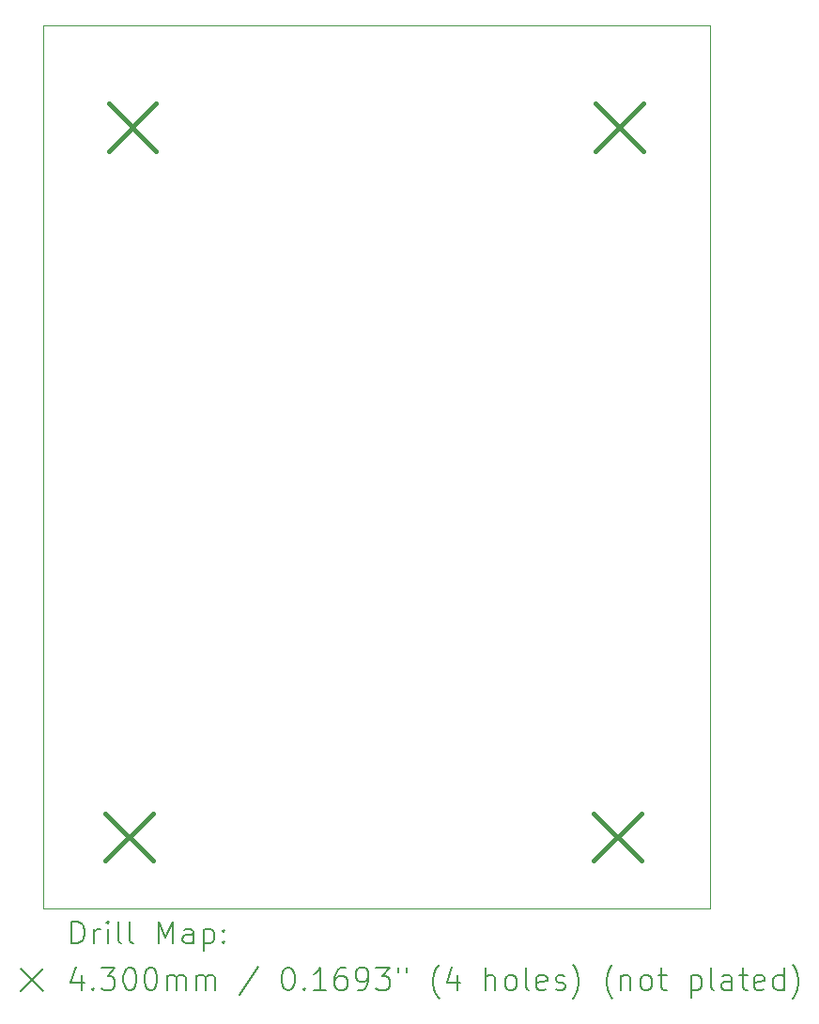
<source format=gbr>
%TF.GenerationSoftware,KiCad,Pcbnew,7.0.8-dirty*%
%TF.CreationDate,2023-11-16T23:26:40-03:00*%
%TF.ProjectId,Fonte 0-24V,466f6e74-6520-4302-9d32-34562e6b6963,rev?*%
%TF.SameCoordinates,Original*%
%TF.FileFunction,Drillmap*%
%TF.FilePolarity,Positive*%
%FSLAX45Y45*%
G04 Gerber Fmt 4.5, Leading zero omitted, Abs format (unit mm)*
G04 Created by KiCad (PCBNEW 7.0.8-dirty) date 2023-11-16 23:26:40*
%MOMM*%
%LPD*%
G01*
G04 APERTURE LIST*
%ADD10C,0.050000*%
%ADD11C,0.200000*%
%ADD12C,0.430000*%
G04 APERTURE END LIST*
D10*
X13124778Y-4339918D02*
X19134778Y-4339918D01*
X19134778Y-12303918D01*
X13124778Y-12303918D01*
X13124778Y-4339918D01*
D11*
D12*
X13687600Y-11444000D02*
X14117600Y-11874000D01*
X14117600Y-11444000D02*
X13687600Y-11874000D01*
X13714600Y-5045000D02*
X14144600Y-5475000D01*
X14144600Y-5045000D02*
X13714600Y-5475000D01*
X18087600Y-11444000D02*
X18517600Y-11874000D01*
X18517600Y-11444000D02*
X18087600Y-11874000D01*
X18103600Y-5045000D02*
X18533600Y-5475000D01*
X18533600Y-5045000D02*
X18103600Y-5475000D01*
D11*
X13383054Y-12617902D02*
X13383054Y-12417902D01*
X13383054Y-12417902D02*
X13430673Y-12417902D01*
X13430673Y-12417902D02*
X13459245Y-12427426D01*
X13459245Y-12427426D02*
X13478293Y-12446473D01*
X13478293Y-12446473D02*
X13487816Y-12465521D01*
X13487816Y-12465521D02*
X13497340Y-12503616D01*
X13497340Y-12503616D02*
X13497340Y-12532187D01*
X13497340Y-12532187D02*
X13487816Y-12570283D01*
X13487816Y-12570283D02*
X13478293Y-12589330D01*
X13478293Y-12589330D02*
X13459245Y-12608378D01*
X13459245Y-12608378D02*
X13430673Y-12617902D01*
X13430673Y-12617902D02*
X13383054Y-12617902D01*
X13583054Y-12617902D02*
X13583054Y-12484568D01*
X13583054Y-12522664D02*
X13592578Y-12503616D01*
X13592578Y-12503616D02*
X13602102Y-12494092D01*
X13602102Y-12494092D02*
X13621150Y-12484568D01*
X13621150Y-12484568D02*
X13640197Y-12484568D01*
X13706864Y-12617902D02*
X13706864Y-12484568D01*
X13706864Y-12417902D02*
X13697340Y-12427426D01*
X13697340Y-12427426D02*
X13706864Y-12436949D01*
X13706864Y-12436949D02*
X13716388Y-12427426D01*
X13716388Y-12427426D02*
X13706864Y-12417902D01*
X13706864Y-12417902D02*
X13706864Y-12436949D01*
X13830673Y-12617902D02*
X13811626Y-12608378D01*
X13811626Y-12608378D02*
X13802102Y-12589330D01*
X13802102Y-12589330D02*
X13802102Y-12417902D01*
X13935435Y-12617902D02*
X13916388Y-12608378D01*
X13916388Y-12608378D02*
X13906864Y-12589330D01*
X13906864Y-12589330D02*
X13906864Y-12417902D01*
X14164007Y-12617902D02*
X14164007Y-12417902D01*
X14164007Y-12417902D02*
X14230674Y-12560759D01*
X14230674Y-12560759D02*
X14297340Y-12417902D01*
X14297340Y-12417902D02*
X14297340Y-12617902D01*
X14478293Y-12617902D02*
X14478293Y-12513140D01*
X14478293Y-12513140D02*
X14468769Y-12494092D01*
X14468769Y-12494092D02*
X14449721Y-12484568D01*
X14449721Y-12484568D02*
X14411626Y-12484568D01*
X14411626Y-12484568D02*
X14392578Y-12494092D01*
X14478293Y-12608378D02*
X14459245Y-12617902D01*
X14459245Y-12617902D02*
X14411626Y-12617902D01*
X14411626Y-12617902D02*
X14392578Y-12608378D01*
X14392578Y-12608378D02*
X14383054Y-12589330D01*
X14383054Y-12589330D02*
X14383054Y-12570283D01*
X14383054Y-12570283D02*
X14392578Y-12551235D01*
X14392578Y-12551235D02*
X14411626Y-12541711D01*
X14411626Y-12541711D02*
X14459245Y-12541711D01*
X14459245Y-12541711D02*
X14478293Y-12532187D01*
X14573531Y-12484568D02*
X14573531Y-12684568D01*
X14573531Y-12494092D02*
X14592578Y-12484568D01*
X14592578Y-12484568D02*
X14630674Y-12484568D01*
X14630674Y-12484568D02*
X14649721Y-12494092D01*
X14649721Y-12494092D02*
X14659245Y-12503616D01*
X14659245Y-12503616D02*
X14668769Y-12522664D01*
X14668769Y-12522664D02*
X14668769Y-12579806D01*
X14668769Y-12579806D02*
X14659245Y-12598854D01*
X14659245Y-12598854D02*
X14649721Y-12608378D01*
X14649721Y-12608378D02*
X14630674Y-12617902D01*
X14630674Y-12617902D02*
X14592578Y-12617902D01*
X14592578Y-12617902D02*
X14573531Y-12608378D01*
X14754483Y-12598854D02*
X14764007Y-12608378D01*
X14764007Y-12608378D02*
X14754483Y-12617902D01*
X14754483Y-12617902D02*
X14744959Y-12608378D01*
X14744959Y-12608378D02*
X14754483Y-12598854D01*
X14754483Y-12598854D02*
X14754483Y-12617902D01*
X14754483Y-12494092D02*
X14764007Y-12503616D01*
X14764007Y-12503616D02*
X14754483Y-12513140D01*
X14754483Y-12513140D02*
X14744959Y-12503616D01*
X14744959Y-12503616D02*
X14754483Y-12494092D01*
X14754483Y-12494092D02*
X14754483Y-12513140D01*
X12922278Y-12846418D02*
X13122278Y-13046418D01*
X13122278Y-12846418D02*
X12922278Y-13046418D01*
X13468769Y-12904568D02*
X13468769Y-13037902D01*
X13421150Y-12828378D02*
X13373531Y-12971235D01*
X13373531Y-12971235D02*
X13497340Y-12971235D01*
X13573531Y-13018854D02*
X13583054Y-13028378D01*
X13583054Y-13028378D02*
X13573531Y-13037902D01*
X13573531Y-13037902D02*
X13564007Y-13028378D01*
X13564007Y-13028378D02*
X13573531Y-13018854D01*
X13573531Y-13018854D02*
X13573531Y-13037902D01*
X13649721Y-12837902D02*
X13773531Y-12837902D01*
X13773531Y-12837902D02*
X13706864Y-12914092D01*
X13706864Y-12914092D02*
X13735435Y-12914092D01*
X13735435Y-12914092D02*
X13754483Y-12923616D01*
X13754483Y-12923616D02*
X13764007Y-12933140D01*
X13764007Y-12933140D02*
X13773531Y-12952187D01*
X13773531Y-12952187D02*
X13773531Y-12999806D01*
X13773531Y-12999806D02*
X13764007Y-13018854D01*
X13764007Y-13018854D02*
X13754483Y-13028378D01*
X13754483Y-13028378D02*
X13735435Y-13037902D01*
X13735435Y-13037902D02*
X13678293Y-13037902D01*
X13678293Y-13037902D02*
X13659245Y-13028378D01*
X13659245Y-13028378D02*
X13649721Y-13018854D01*
X13897340Y-12837902D02*
X13916388Y-12837902D01*
X13916388Y-12837902D02*
X13935435Y-12847426D01*
X13935435Y-12847426D02*
X13944959Y-12856949D01*
X13944959Y-12856949D02*
X13954483Y-12875997D01*
X13954483Y-12875997D02*
X13964007Y-12914092D01*
X13964007Y-12914092D02*
X13964007Y-12961711D01*
X13964007Y-12961711D02*
X13954483Y-12999806D01*
X13954483Y-12999806D02*
X13944959Y-13018854D01*
X13944959Y-13018854D02*
X13935435Y-13028378D01*
X13935435Y-13028378D02*
X13916388Y-13037902D01*
X13916388Y-13037902D02*
X13897340Y-13037902D01*
X13897340Y-13037902D02*
X13878293Y-13028378D01*
X13878293Y-13028378D02*
X13868769Y-13018854D01*
X13868769Y-13018854D02*
X13859245Y-12999806D01*
X13859245Y-12999806D02*
X13849721Y-12961711D01*
X13849721Y-12961711D02*
X13849721Y-12914092D01*
X13849721Y-12914092D02*
X13859245Y-12875997D01*
X13859245Y-12875997D02*
X13868769Y-12856949D01*
X13868769Y-12856949D02*
X13878293Y-12847426D01*
X13878293Y-12847426D02*
X13897340Y-12837902D01*
X14087816Y-12837902D02*
X14106864Y-12837902D01*
X14106864Y-12837902D02*
X14125912Y-12847426D01*
X14125912Y-12847426D02*
X14135435Y-12856949D01*
X14135435Y-12856949D02*
X14144959Y-12875997D01*
X14144959Y-12875997D02*
X14154483Y-12914092D01*
X14154483Y-12914092D02*
X14154483Y-12961711D01*
X14154483Y-12961711D02*
X14144959Y-12999806D01*
X14144959Y-12999806D02*
X14135435Y-13018854D01*
X14135435Y-13018854D02*
X14125912Y-13028378D01*
X14125912Y-13028378D02*
X14106864Y-13037902D01*
X14106864Y-13037902D02*
X14087816Y-13037902D01*
X14087816Y-13037902D02*
X14068769Y-13028378D01*
X14068769Y-13028378D02*
X14059245Y-13018854D01*
X14059245Y-13018854D02*
X14049721Y-12999806D01*
X14049721Y-12999806D02*
X14040197Y-12961711D01*
X14040197Y-12961711D02*
X14040197Y-12914092D01*
X14040197Y-12914092D02*
X14049721Y-12875997D01*
X14049721Y-12875997D02*
X14059245Y-12856949D01*
X14059245Y-12856949D02*
X14068769Y-12847426D01*
X14068769Y-12847426D02*
X14087816Y-12837902D01*
X14240197Y-13037902D02*
X14240197Y-12904568D01*
X14240197Y-12923616D02*
X14249721Y-12914092D01*
X14249721Y-12914092D02*
X14268769Y-12904568D01*
X14268769Y-12904568D02*
X14297340Y-12904568D01*
X14297340Y-12904568D02*
X14316388Y-12914092D01*
X14316388Y-12914092D02*
X14325912Y-12933140D01*
X14325912Y-12933140D02*
X14325912Y-13037902D01*
X14325912Y-12933140D02*
X14335435Y-12914092D01*
X14335435Y-12914092D02*
X14354483Y-12904568D01*
X14354483Y-12904568D02*
X14383054Y-12904568D01*
X14383054Y-12904568D02*
X14402102Y-12914092D01*
X14402102Y-12914092D02*
X14411626Y-12933140D01*
X14411626Y-12933140D02*
X14411626Y-13037902D01*
X14506864Y-13037902D02*
X14506864Y-12904568D01*
X14506864Y-12923616D02*
X14516388Y-12914092D01*
X14516388Y-12914092D02*
X14535435Y-12904568D01*
X14535435Y-12904568D02*
X14564007Y-12904568D01*
X14564007Y-12904568D02*
X14583055Y-12914092D01*
X14583055Y-12914092D02*
X14592578Y-12933140D01*
X14592578Y-12933140D02*
X14592578Y-13037902D01*
X14592578Y-12933140D02*
X14602102Y-12914092D01*
X14602102Y-12914092D02*
X14621150Y-12904568D01*
X14621150Y-12904568D02*
X14649721Y-12904568D01*
X14649721Y-12904568D02*
X14668769Y-12914092D01*
X14668769Y-12914092D02*
X14678293Y-12933140D01*
X14678293Y-12933140D02*
X14678293Y-13037902D01*
X15068769Y-12828378D02*
X14897340Y-13085521D01*
X15325912Y-12837902D02*
X15344959Y-12837902D01*
X15344959Y-12837902D02*
X15364007Y-12847426D01*
X15364007Y-12847426D02*
X15373531Y-12856949D01*
X15373531Y-12856949D02*
X15383055Y-12875997D01*
X15383055Y-12875997D02*
X15392578Y-12914092D01*
X15392578Y-12914092D02*
X15392578Y-12961711D01*
X15392578Y-12961711D02*
X15383055Y-12999806D01*
X15383055Y-12999806D02*
X15373531Y-13018854D01*
X15373531Y-13018854D02*
X15364007Y-13028378D01*
X15364007Y-13028378D02*
X15344959Y-13037902D01*
X15344959Y-13037902D02*
X15325912Y-13037902D01*
X15325912Y-13037902D02*
X15306864Y-13028378D01*
X15306864Y-13028378D02*
X15297340Y-13018854D01*
X15297340Y-13018854D02*
X15287817Y-12999806D01*
X15287817Y-12999806D02*
X15278293Y-12961711D01*
X15278293Y-12961711D02*
X15278293Y-12914092D01*
X15278293Y-12914092D02*
X15287817Y-12875997D01*
X15287817Y-12875997D02*
X15297340Y-12856949D01*
X15297340Y-12856949D02*
X15306864Y-12847426D01*
X15306864Y-12847426D02*
X15325912Y-12837902D01*
X15478293Y-13018854D02*
X15487817Y-13028378D01*
X15487817Y-13028378D02*
X15478293Y-13037902D01*
X15478293Y-13037902D02*
X15468769Y-13028378D01*
X15468769Y-13028378D02*
X15478293Y-13018854D01*
X15478293Y-13018854D02*
X15478293Y-13037902D01*
X15678293Y-13037902D02*
X15564007Y-13037902D01*
X15621150Y-13037902D02*
X15621150Y-12837902D01*
X15621150Y-12837902D02*
X15602102Y-12866473D01*
X15602102Y-12866473D02*
X15583055Y-12885521D01*
X15583055Y-12885521D02*
X15564007Y-12895045D01*
X15849721Y-12837902D02*
X15811626Y-12837902D01*
X15811626Y-12837902D02*
X15792578Y-12847426D01*
X15792578Y-12847426D02*
X15783055Y-12856949D01*
X15783055Y-12856949D02*
X15764007Y-12885521D01*
X15764007Y-12885521D02*
X15754483Y-12923616D01*
X15754483Y-12923616D02*
X15754483Y-12999806D01*
X15754483Y-12999806D02*
X15764007Y-13018854D01*
X15764007Y-13018854D02*
X15773531Y-13028378D01*
X15773531Y-13028378D02*
X15792578Y-13037902D01*
X15792578Y-13037902D02*
X15830674Y-13037902D01*
X15830674Y-13037902D02*
X15849721Y-13028378D01*
X15849721Y-13028378D02*
X15859245Y-13018854D01*
X15859245Y-13018854D02*
X15868769Y-12999806D01*
X15868769Y-12999806D02*
X15868769Y-12952187D01*
X15868769Y-12952187D02*
X15859245Y-12933140D01*
X15859245Y-12933140D02*
X15849721Y-12923616D01*
X15849721Y-12923616D02*
X15830674Y-12914092D01*
X15830674Y-12914092D02*
X15792578Y-12914092D01*
X15792578Y-12914092D02*
X15773531Y-12923616D01*
X15773531Y-12923616D02*
X15764007Y-12933140D01*
X15764007Y-12933140D02*
X15754483Y-12952187D01*
X15964007Y-13037902D02*
X16002102Y-13037902D01*
X16002102Y-13037902D02*
X16021150Y-13028378D01*
X16021150Y-13028378D02*
X16030674Y-13018854D01*
X16030674Y-13018854D02*
X16049721Y-12990283D01*
X16049721Y-12990283D02*
X16059245Y-12952187D01*
X16059245Y-12952187D02*
X16059245Y-12875997D01*
X16059245Y-12875997D02*
X16049721Y-12856949D01*
X16049721Y-12856949D02*
X16040198Y-12847426D01*
X16040198Y-12847426D02*
X16021150Y-12837902D01*
X16021150Y-12837902D02*
X15983055Y-12837902D01*
X15983055Y-12837902D02*
X15964007Y-12847426D01*
X15964007Y-12847426D02*
X15954483Y-12856949D01*
X15954483Y-12856949D02*
X15944959Y-12875997D01*
X15944959Y-12875997D02*
X15944959Y-12923616D01*
X15944959Y-12923616D02*
X15954483Y-12942664D01*
X15954483Y-12942664D02*
X15964007Y-12952187D01*
X15964007Y-12952187D02*
X15983055Y-12961711D01*
X15983055Y-12961711D02*
X16021150Y-12961711D01*
X16021150Y-12961711D02*
X16040198Y-12952187D01*
X16040198Y-12952187D02*
X16049721Y-12942664D01*
X16049721Y-12942664D02*
X16059245Y-12923616D01*
X16125912Y-12837902D02*
X16249721Y-12837902D01*
X16249721Y-12837902D02*
X16183055Y-12914092D01*
X16183055Y-12914092D02*
X16211626Y-12914092D01*
X16211626Y-12914092D02*
X16230674Y-12923616D01*
X16230674Y-12923616D02*
X16240198Y-12933140D01*
X16240198Y-12933140D02*
X16249721Y-12952187D01*
X16249721Y-12952187D02*
X16249721Y-12999806D01*
X16249721Y-12999806D02*
X16240198Y-13018854D01*
X16240198Y-13018854D02*
X16230674Y-13028378D01*
X16230674Y-13028378D02*
X16211626Y-13037902D01*
X16211626Y-13037902D02*
X16154483Y-13037902D01*
X16154483Y-13037902D02*
X16135436Y-13028378D01*
X16135436Y-13028378D02*
X16125912Y-13018854D01*
X16325912Y-12837902D02*
X16325912Y-12875997D01*
X16402102Y-12837902D02*
X16402102Y-12875997D01*
X16697341Y-13114092D02*
X16687817Y-13104568D01*
X16687817Y-13104568D02*
X16668769Y-13075997D01*
X16668769Y-13075997D02*
X16659245Y-13056949D01*
X16659245Y-13056949D02*
X16649721Y-13028378D01*
X16649721Y-13028378D02*
X16640198Y-12980759D01*
X16640198Y-12980759D02*
X16640198Y-12942664D01*
X16640198Y-12942664D02*
X16649721Y-12895045D01*
X16649721Y-12895045D02*
X16659245Y-12866473D01*
X16659245Y-12866473D02*
X16668769Y-12847426D01*
X16668769Y-12847426D02*
X16687817Y-12818854D01*
X16687817Y-12818854D02*
X16697341Y-12809330D01*
X16859245Y-12904568D02*
X16859245Y-13037902D01*
X16811626Y-12828378D02*
X16764007Y-12971235D01*
X16764007Y-12971235D02*
X16887817Y-12971235D01*
X17116388Y-13037902D02*
X17116388Y-12837902D01*
X17202103Y-13037902D02*
X17202103Y-12933140D01*
X17202103Y-12933140D02*
X17192579Y-12914092D01*
X17192579Y-12914092D02*
X17173531Y-12904568D01*
X17173531Y-12904568D02*
X17144960Y-12904568D01*
X17144960Y-12904568D02*
X17125912Y-12914092D01*
X17125912Y-12914092D02*
X17116388Y-12923616D01*
X17325912Y-13037902D02*
X17306864Y-13028378D01*
X17306864Y-13028378D02*
X17297341Y-13018854D01*
X17297341Y-13018854D02*
X17287817Y-12999806D01*
X17287817Y-12999806D02*
X17287817Y-12942664D01*
X17287817Y-12942664D02*
X17297341Y-12923616D01*
X17297341Y-12923616D02*
X17306864Y-12914092D01*
X17306864Y-12914092D02*
X17325912Y-12904568D01*
X17325912Y-12904568D02*
X17354484Y-12904568D01*
X17354484Y-12904568D02*
X17373531Y-12914092D01*
X17373531Y-12914092D02*
X17383055Y-12923616D01*
X17383055Y-12923616D02*
X17392579Y-12942664D01*
X17392579Y-12942664D02*
X17392579Y-12999806D01*
X17392579Y-12999806D02*
X17383055Y-13018854D01*
X17383055Y-13018854D02*
X17373531Y-13028378D01*
X17373531Y-13028378D02*
X17354484Y-13037902D01*
X17354484Y-13037902D02*
X17325912Y-13037902D01*
X17506864Y-13037902D02*
X17487817Y-13028378D01*
X17487817Y-13028378D02*
X17478293Y-13009330D01*
X17478293Y-13009330D02*
X17478293Y-12837902D01*
X17659245Y-13028378D02*
X17640198Y-13037902D01*
X17640198Y-13037902D02*
X17602103Y-13037902D01*
X17602103Y-13037902D02*
X17583055Y-13028378D01*
X17583055Y-13028378D02*
X17573531Y-13009330D01*
X17573531Y-13009330D02*
X17573531Y-12933140D01*
X17573531Y-12933140D02*
X17583055Y-12914092D01*
X17583055Y-12914092D02*
X17602103Y-12904568D01*
X17602103Y-12904568D02*
X17640198Y-12904568D01*
X17640198Y-12904568D02*
X17659245Y-12914092D01*
X17659245Y-12914092D02*
X17668769Y-12933140D01*
X17668769Y-12933140D02*
X17668769Y-12952187D01*
X17668769Y-12952187D02*
X17573531Y-12971235D01*
X17744960Y-13028378D02*
X17764007Y-13037902D01*
X17764007Y-13037902D02*
X17802103Y-13037902D01*
X17802103Y-13037902D02*
X17821150Y-13028378D01*
X17821150Y-13028378D02*
X17830674Y-13009330D01*
X17830674Y-13009330D02*
X17830674Y-12999806D01*
X17830674Y-12999806D02*
X17821150Y-12980759D01*
X17821150Y-12980759D02*
X17802103Y-12971235D01*
X17802103Y-12971235D02*
X17773531Y-12971235D01*
X17773531Y-12971235D02*
X17754484Y-12961711D01*
X17754484Y-12961711D02*
X17744960Y-12942664D01*
X17744960Y-12942664D02*
X17744960Y-12933140D01*
X17744960Y-12933140D02*
X17754484Y-12914092D01*
X17754484Y-12914092D02*
X17773531Y-12904568D01*
X17773531Y-12904568D02*
X17802103Y-12904568D01*
X17802103Y-12904568D02*
X17821150Y-12914092D01*
X17897341Y-13114092D02*
X17906865Y-13104568D01*
X17906865Y-13104568D02*
X17925912Y-13075997D01*
X17925912Y-13075997D02*
X17935436Y-13056949D01*
X17935436Y-13056949D02*
X17944960Y-13028378D01*
X17944960Y-13028378D02*
X17954484Y-12980759D01*
X17954484Y-12980759D02*
X17954484Y-12942664D01*
X17954484Y-12942664D02*
X17944960Y-12895045D01*
X17944960Y-12895045D02*
X17935436Y-12866473D01*
X17935436Y-12866473D02*
X17925912Y-12847426D01*
X17925912Y-12847426D02*
X17906865Y-12818854D01*
X17906865Y-12818854D02*
X17897341Y-12809330D01*
X18259246Y-13114092D02*
X18249722Y-13104568D01*
X18249722Y-13104568D02*
X18230674Y-13075997D01*
X18230674Y-13075997D02*
X18221150Y-13056949D01*
X18221150Y-13056949D02*
X18211626Y-13028378D01*
X18211626Y-13028378D02*
X18202103Y-12980759D01*
X18202103Y-12980759D02*
X18202103Y-12942664D01*
X18202103Y-12942664D02*
X18211626Y-12895045D01*
X18211626Y-12895045D02*
X18221150Y-12866473D01*
X18221150Y-12866473D02*
X18230674Y-12847426D01*
X18230674Y-12847426D02*
X18249722Y-12818854D01*
X18249722Y-12818854D02*
X18259246Y-12809330D01*
X18335436Y-12904568D02*
X18335436Y-13037902D01*
X18335436Y-12923616D02*
X18344960Y-12914092D01*
X18344960Y-12914092D02*
X18364007Y-12904568D01*
X18364007Y-12904568D02*
X18392579Y-12904568D01*
X18392579Y-12904568D02*
X18411626Y-12914092D01*
X18411626Y-12914092D02*
X18421150Y-12933140D01*
X18421150Y-12933140D02*
X18421150Y-13037902D01*
X18544960Y-13037902D02*
X18525912Y-13028378D01*
X18525912Y-13028378D02*
X18516388Y-13018854D01*
X18516388Y-13018854D02*
X18506865Y-12999806D01*
X18506865Y-12999806D02*
X18506865Y-12942664D01*
X18506865Y-12942664D02*
X18516388Y-12923616D01*
X18516388Y-12923616D02*
X18525912Y-12914092D01*
X18525912Y-12914092D02*
X18544960Y-12904568D01*
X18544960Y-12904568D02*
X18573531Y-12904568D01*
X18573531Y-12904568D02*
X18592579Y-12914092D01*
X18592579Y-12914092D02*
X18602103Y-12923616D01*
X18602103Y-12923616D02*
X18611626Y-12942664D01*
X18611626Y-12942664D02*
X18611626Y-12999806D01*
X18611626Y-12999806D02*
X18602103Y-13018854D01*
X18602103Y-13018854D02*
X18592579Y-13028378D01*
X18592579Y-13028378D02*
X18573531Y-13037902D01*
X18573531Y-13037902D02*
X18544960Y-13037902D01*
X18668769Y-12904568D02*
X18744960Y-12904568D01*
X18697341Y-12837902D02*
X18697341Y-13009330D01*
X18697341Y-13009330D02*
X18706865Y-13028378D01*
X18706865Y-13028378D02*
X18725912Y-13037902D01*
X18725912Y-13037902D02*
X18744960Y-13037902D01*
X18964007Y-12904568D02*
X18964007Y-13104568D01*
X18964007Y-12914092D02*
X18983055Y-12904568D01*
X18983055Y-12904568D02*
X19021150Y-12904568D01*
X19021150Y-12904568D02*
X19040198Y-12914092D01*
X19040198Y-12914092D02*
X19049722Y-12923616D01*
X19049722Y-12923616D02*
X19059246Y-12942664D01*
X19059246Y-12942664D02*
X19059246Y-12999806D01*
X19059246Y-12999806D02*
X19049722Y-13018854D01*
X19049722Y-13018854D02*
X19040198Y-13028378D01*
X19040198Y-13028378D02*
X19021150Y-13037902D01*
X19021150Y-13037902D02*
X18983055Y-13037902D01*
X18983055Y-13037902D02*
X18964007Y-13028378D01*
X19173531Y-13037902D02*
X19154484Y-13028378D01*
X19154484Y-13028378D02*
X19144960Y-13009330D01*
X19144960Y-13009330D02*
X19144960Y-12837902D01*
X19335436Y-13037902D02*
X19335436Y-12933140D01*
X19335436Y-12933140D02*
X19325912Y-12914092D01*
X19325912Y-12914092D02*
X19306865Y-12904568D01*
X19306865Y-12904568D02*
X19268769Y-12904568D01*
X19268769Y-12904568D02*
X19249722Y-12914092D01*
X19335436Y-13028378D02*
X19316388Y-13037902D01*
X19316388Y-13037902D02*
X19268769Y-13037902D01*
X19268769Y-13037902D02*
X19249722Y-13028378D01*
X19249722Y-13028378D02*
X19240198Y-13009330D01*
X19240198Y-13009330D02*
X19240198Y-12990283D01*
X19240198Y-12990283D02*
X19249722Y-12971235D01*
X19249722Y-12971235D02*
X19268769Y-12961711D01*
X19268769Y-12961711D02*
X19316388Y-12961711D01*
X19316388Y-12961711D02*
X19335436Y-12952187D01*
X19402103Y-12904568D02*
X19478293Y-12904568D01*
X19430674Y-12837902D02*
X19430674Y-13009330D01*
X19430674Y-13009330D02*
X19440198Y-13028378D01*
X19440198Y-13028378D02*
X19459246Y-13037902D01*
X19459246Y-13037902D02*
X19478293Y-13037902D01*
X19621150Y-13028378D02*
X19602103Y-13037902D01*
X19602103Y-13037902D02*
X19564007Y-13037902D01*
X19564007Y-13037902D02*
X19544960Y-13028378D01*
X19544960Y-13028378D02*
X19535436Y-13009330D01*
X19535436Y-13009330D02*
X19535436Y-12933140D01*
X19535436Y-12933140D02*
X19544960Y-12914092D01*
X19544960Y-12914092D02*
X19564007Y-12904568D01*
X19564007Y-12904568D02*
X19602103Y-12904568D01*
X19602103Y-12904568D02*
X19621150Y-12914092D01*
X19621150Y-12914092D02*
X19630674Y-12933140D01*
X19630674Y-12933140D02*
X19630674Y-12952187D01*
X19630674Y-12952187D02*
X19535436Y-12971235D01*
X19802103Y-13037902D02*
X19802103Y-12837902D01*
X19802103Y-13028378D02*
X19783055Y-13037902D01*
X19783055Y-13037902D02*
X19744960Y-13037902D01*
X19744960Y-13037902D02*
X19725912Y-13028378D01*
X19725912Y-13028378D02*
X19716388Y-13018854D01*
X19716388Y-13018854D02*
X19706865Y-12999806D01*
X19706865Y-12999806D02*
X19706865Y-12942664D01*
X19706865Y-12942664D02*
X19716388Y-12923616D01*
X19716388Y-12923616D02*
X19725912Y-12914092D01*
X19725912Y-12914092D02*
X19744960Y-12904568D01*
X19744960Y-12904568D02*
X19783055Y-12904568D01*
X19783055Y-12904568D02*
X19802103Y-12914092D01*
X19878293Y-13114092D02*
X19887817Y-13104568D01*
X19887817Y-13104568D02*
X19906865Y-13075997D01*
X19906865Y-13075997D02*
X19916388Y-13056949D01*
X19916388Y-13056949D02*
X19925912Y-13028378D01*
X19925912Y-13028378D02*
X19935436Y-12980759D01*
X19935436Y-12980759D02*
X19935436Y-12942664D01*
X19935436Y-12942664D02*
X19925912Y-12895045D01*
X19925912Y-12895045D02*
X19916388Y-12866473D01*
X19916388Y-12866473D02*
X19906865Y-12847426D01*
X19906865Y-12847426D02*
X19887817Y-12818854D01*
X19887817Y-12818854D02*
X19878293Y-12809330D01*
M02*

</source>
